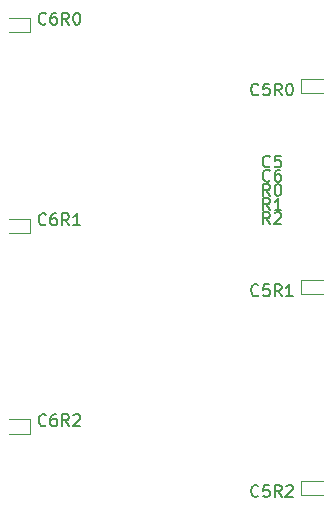
<source format=gbr>
%TF.GenerationSoftware,KiCad,Pcbnew,(7.0.0-0)*%
%TF.CreationDate,2023-02-22T17:53:04+08:00*%
%TF.ProjectId,thumb,7468756d-622e-46b6-9963-61645f706362,v1.0.0*%
%TF.SameCoordinates,Original*%
%TF.FileFunction,Legend,Bot*%
%TF.FilePolarity,Positive*%
%FSLAX46Y46*%
G04 Gerber Fmt 4.6, Leading zero omitted, Abs format (unit mm)*
G04 Created by KiCad (PCBNEW (7.0.0-0)) date 2023-02-22 17:53:04*
%MOMM*%
%LPD*%
G01*
G04 APERTURE LIST*
%ADD10C,0.150000*%
%ADD11C,0.120000*%
G04 APERTURE END LIST*
D10*
%TO.C,S1*%
X16857142Y30727857D02*
X16809523Y30680238D01*
X16809523Y30680238D02*
X16666666Y30632619D01*
X16666666Y30632619D02*
X16571428Y30632619D01*
X16571428Y30632619D02*
X16428571Y30680238D01*
X16428571Y30680238D02*
X16333333Y30775476D01*
X16333333Y30775476D02*
X16285714Y30870714D01*
X16285714Y30870714D02*
X16238095Y31061190D01*
X16238095Y31061190D02*
X16238095Y31204047D01*
X16238095Y31204047D02*
X16285714Y31394523D01*
X16285714Y31394523D02*
X16333333Y31489761D01*
X16333333Y31489761D02*
X16428571Y31585000D01*
X16428571Y31585000D02*
X16571428Y31632619D01*
X16571428Y31632619D02*
X16666666Y31632619D01*
X16666666Y31632619D02*
X16809523Y31585000D01*
X16809523Y31585000D02*
X16857142Y31537380D01*
X17761904Y31632619D02*
X17285714Y31632619D01*
X17285714Y31632619D02*
X17238095Y31156428D01*
X17238095Y31156428D02*
X17285714Y31204047D01*
X17285714Y31204047D02*
X17380952Y31251666D01*
X17380952Y31251666D02*
X17619047Y31251666D01*
X17619047Y31251666D02*
X17714285Y31204047D01*
X17714285Y31204047D02*
X17761904Y31156428D01*
X17761904Y31156428D02*
X17809523Y31061190D01*
X17809523Y31061190D02*
X17809523Y30823095D01*
X17809523Y30823095D02*
X17761904Y30727857D01*
X17761904Y30727857D02*
X17714285Y30680238D01*
X17714285Y30680238D02*
X17619047Y30632619D01*
X17619047Y30632619D02*
X17380952Y30632619D01*
X17380952Y30632619D02*
X17285714Y30680238D01*
X17285714Y30680238D02*
X17238095Y30727857D01*
X18809523Y30632619D02*
X18476190Y31108809D01*
X18238095Y30632619D02*
X18238095Y31632619D01*
X18238095Y31632619D02*
X18619047Y31632619D01*
X18619047Y31632619D02*
X18714285Y31585000D01*
X18714285Y31585000D02*
X18761904Y31537380D01*
X18761904Y31537380D02*
X18809523Y31442142D01*
X18809523Y31442142D02*
X18809523Y31299285D01*
X18809523Y31299285D02*
X18761904Y31204047D01*
X18761904Y31204047D02*
X18714285Y31156428D01*
X18714285Y31156428D02*
X18619047Y31108809D01*
X18619047Y31108809D02*
X18238095Y31108809D01*
X19428571Y31632619D02*
X19523809Y31632619D01*
X19523809Y31632619D02*
X19619047Y31585000D01*
X19619047Y31585000D02*
X19666666Y31537380D01*
X19666666Y31537380D02*
X19714285Y31442142D01*
X19714285Y31442142D02*
X19761904Y31251666D01*
X19761904Y31251666D02*
X19761904Y31013571D01*
X19761904Y31013571D02*
X19714285Y30823095D01*
X19714285Y30823095D02*
X19666666Y30727857D01*
X19666666Y30727857D02*
X19619047Y30680238D01*
X19619047Y30680238D02*
X19523809Y30632619D01*
X19523809Y30632619D02*
X19428571Y30632619D01*
X19428571Y30632619D02*
X19333333Y30680238D01*
X19333333Y30680238D02*
X19285714Y30727857D01*
X19285714Y30727857D02*
X19238095Y30823095D01*
X19238095Y30823095D02*
X19190476Y31013571D01*
X19190476Y31013571D02*
X19190476Y31251666D01*
X19190476Y31251666D02*
X19238095Y31442142D01*
X19238095Y31442142D02*
X19285714Y31537380D01*
X19285714Y31537380D02*
X19333333Y31585000D01*
X19333333Y31585000D02*
X19428571Y31632619D01*
%TO.C,S2*%
X16857142Y13727857D02*
X16809523Y13680238D01*
X16809523Y13680238D02*
X16666666Y13632619D01*
X16666666Y13632619D02*
X16571428Y13632619D01*
X16571428Y13632619D02*
X16428571Y13680238D01*
X16428571Y13680238D02*
X16333333Y13775476D01*
X16333333Y13775476D02*
X16285714Y13870714D01*
X16285714Y13870714D02*
X16238095Y14061190D01*
X16238095Y14061190D02*
X16238095Y14204047D01*
X16238095Y14204047D02*
X16285714Y14394523D01*
X16285714Y14394523D02*
X16333333Y14489761D01*
X16333333Y14489761D02*
X16428571Y14585000D01*
X16428571Y14585000D02*
X16571428Y14632619D01*
X16571428Y14632619D02*
X16666666Y14632619D01*
X16666666Y14632619D02*
X16809523Y14585000D01*
X16809523Y14585000D02*
X16857142Y14537380D01*
X17761904Y14632619D02*
X17285714Y14632619D01*
X17285714Y14632619D02*
X17238095Y14156428D01*
X17238095Y14156428D02*
X17285714Y14204047D01*
X17285714Y14204047D02*
X17380952Y14251666D01*
X17380952Y14251666D02*
X17619047Y14251666D01*
X17619047Y14251666D02*
X17714285Y14204047D01*
X17714285Y14204047D02*
X17761904Y14156428D01*
X17761904Y14156428D02*
X17809523Y14061190D01*
X17809523Y14061190D02*
X17809523Y13823095D01*
X17809523Y13823095D02*
X17761904Y13727857D01*
X17761904Y13727857D02*
X17714285Y13680238D01*
X17714285Y13680238D02*
X17619047Y13632619D01*
X17619047Y13632619D02*
X17380952Y13632619D01*
X17380952Y13632619D02*
X17285714Y13680238D01*
X17285714Y13680238D02*
X17238095Y13727857D01*
X18809523Y13632619D02*
X18476190Y14108809D01*
X18238095Y13632619D02*
X18238095Y14632619D01*
X18238095Y14632619D02*
X18619047Y14632619D01*
X18619047Y14632619D02*
X18714285Y14585000D01*
X18714285Y14585000D02*
X18761904Y14537380D01*
X18761904Y14537380D02*
X18809523Y14442142D01*
X18809523Y14442142D02*
X18809523Y14299285D01*
X18809523Y14299285D02*
X18761904Y14204047D01*
X18761904Y14204047D02*
X18714285Y14156428D01*
X18714285Y14156428D02*
X18619047Y14108809D01*
X18619047Y14108809D02*
X18238095Y14108809D01*
X19761904Y13632619D02*
X19190476Y13632619D01*
X19476190Y13632619D02*
X19476190Y14632619D01*
X19476190Y14632619D02*
X19380952Y14489761D01*
X19380952Y14489761D02*
X19285714Y14394523D01*
X19285714Y14394523D02*
X19190476Y14346904D01*
%TO.C,S3*%
X16857142Y-3272142D02*
X16809523Y-3319761D01*
X16809523Y-3319761D02*
X16666666Y-3367380D01*
X16666666Y-3367380D02*
X16571428Y-3367380D01*
X16571428Y-3367380D02*
X16428571Y-3319761D01*
X16428571Y-3319761D02*
X16333333Y-3224523D01*
X16333333Y-3224523D02*
X16285714Y-3129285D01*
X16285714Y-3129285D02*
X16238095Y-2938809D01*
X16238095Y-2938809D02*
X16238095Y-2795952D01*
X16238095Y-2795952D02*
X16285714Y-2605476D01*
X16285714Y-2605476D02*
X16333333Y-2510238D01*
X16333333Y-2510238D02*
X16428571Y-2415000D01*
X16428571Y-2415000D02*
X16571428Y-2367380D01*
X16571428Y-2367380D02*
X16666666Y-2367380D01*
X16666666Y-2367380D02*
X16809523Y-2415000D01*
X16809523Y-2415000D02*
X16857142Y-2462619D01*
X17761904Y-2367380D02*
X17285714Y-2367380D01*
X17285714Y-2367380D02*
X17238095Y-2843571D01*
X17238095Y-2843571D02*
X17285714Y-2795952D01*
X17285714Y-2795952D02*
X17380952Y-2748333D01*
X17380952Y-2748333D02*
X17619047Y-2748333D01*
X17619047Y-2748333D02*
X17714285Y-2795952D01*
X17714285Y-2795952D02*
X17761904Y-2843571D01*
X17761904Y-2843571D02*
X17809523Y-2938809D01*
X17809523Y-2938809D02*
X17809523Y-3176904D01*
X17809523Y-3176904D02*
X17761904Y-3272142D01*
X17761904Y-3272142D02*
X17714285Y-3319761D01*
X17714285Y-3319761D02*
X17619047Y-3367380D01*
X17619047Y-3367380D02*
X17380952Y-3367380D01*
X17380952Y-3367380D02*
X17285714Y-3319761D01*
X17285714Y-3319761D02*
X17238095Y-3272142D01*
X18809523Y-3367380D02*
X18476190Y-2891190D01*
X18238095Y-3367380D02*
X18238095Y-2367380D01*
X18238095Y-2367380D02*
X18619047Y-2367380D01*
X18619047Y-2367380D02*
X18714285Y-2415000D01*
X18714285Y-2415000D02*
X18761904Y-2462619D01*
X18761904Y-2462619D02*
X18809523Y-2557857D01*
X18809523Y-2557857D02*
X18809523Y-2700714D01*
X18809523Y-2700714D02*
X18761904Y-2795952D01*
X18761904Y-2795952D02*
X18714285Y-2843571D01*
X18714285Y-2843571D02*
X18619047Y-2891190D01*
X18619047Y-2891190D02*
X18238095Y-2891190D01*
X19190476Y-2462619D02*
X19238095Y-2415000D01*
X19238095Y-2415000D02*
X19333333Y-2367380D01*
X19333333Y-2367380D02*
X19571428Y-2367380D01*
X19571428Y-2367380D02*
X19666666Y-2415000D01*
X19666666Y-2415000D02*
X19714285Y-2462619D01*
X19714285Y-2462619D02*
X19761904Y-2557857D01*
X19761904Y-2557857D02*
X19761904Y-2653095D01*
X19761904Y-2653095D02*
X19714285Y-2795952D01*
X19714285Y-2795952D02*
X19142857Y-3367380D01*
X19142857Y-3367380D02*
X19761904Y-3367380D01*
%TO.C,S4*%
X-1142857Y36727857D02*
X-1190476Y36680238D01*
X-1190476Y36680238D02*
X-1333333Y36632619D01*
X-1333333Y36632619D02*
X-1428571Y36632619D01*
X-1428571Y36632619D02*
X-1571428Y36680238D01*
X-1571428Y36680238D02*
X-1666666Y36775476D01*
X-1666666Y36775476D02*
X-1714285Y36870714D01*
X-1714285Y36870714D02*
X-1761904Y37061190D01*
X-1761904Y37061190D02*
X-1761904Y37204047D01*
X-1761904Y37204047D02*
X-1714285Y37394523D01*
X-1714285Y37394523D02*
X-1666666Y37489761D01*
X-1666666Y37489761D02*
X-1571428Y37585000D01*
X-1571428Y37585000D02*
X-1428571Y37632619D01*
X-1428571Y37632619D02*
X-1333333Y37632619D01*
X-1333333Y37632619D02*
X-1190476Y37585000D01*
X-1190476Y37585000D02*
X-1142857Y37537380D01*
X-285714Y37632619D02*
X-476190Y37632619D01*
X-476190Y37632619D02*
X-571428Y37585000D01*
X-571428Y37585000D02*
X-619047Y37537380D01*
X-619047Y37537380D02*
X-714285Y37394523D01*
X-714285Y37394523D02*
X-761904Y37204047D01*
X-761904Y37204047D02*
X-761904Y36823095D01*
X-761904Y36823095D02*
X-714285Y36727857D01*
X-714285Y36727857D02*
X-666666Y36680238D01*
X-666666Y36680238D02*
X-571428Y36632619D01*
X-571428Y36632619D02*
X-380952Y36632619D01*
X-380952Y36632619D02*
X-285714Y36680238D01*
X-285714Y36680238D02*
X-238095Y36727857D01*
X-238095Y36727857D02*
X-190476Y36823095D01*
X-190476Y36823095D02*
X-190476Y37061190D01*
X-190476Y37061190D02*
X-238095Y37156428D01*
X-238095Y37156428D02*
X-285714Y37204047D01*
X-285714Y37204047D02*
X-380952Y37251666D01*
X-380952Y37251666D02*
X-571428Y37251666D01*
X-571428Y37251666D02*
X-666666Y37204047D01*
X-666666Y37204047D02*
X-714285Y37156428D01*
X-714285Y37156428D02*
X-761904Y37061190D01*
X809523Y36632619D02*
X476190Y37108809D01*
X238095Y36632619D02*
X238095Y37632619D01*
X238095Y37632619D02*
X619047Y37632619D01*
X619047Y37632619D02*
X714285Y37585000D01*
X714285Y37585000D02*
X761904Y37537380D01*
X761904Y37537380D02*
X809523Y37442142D01*
X809523Y37442142D02*
X809523Y37299285D01*
X809523Y37299285D02*
X761904Y37204047D01*
X761904Y37204047D02*
X714285Y37156428D01*
X714285Y37156428D02*
X619047Y37108809D01*
X619047Y37108809D02*
X238095Y37108809D01*
X1428571Y37632619D02*
X1523809Y37632619D01*
X1523809Y37632619D02*
X1619047Y37585000D01*
X1619047Y37585000D02*
X1666666Y37537380D01*
X1666666Y37537380D02*
X1714285Y37442142D01*
X1714285Y37442142D02*
X1761904Y37251666D01*
X1761904Y37251666D02*
X1761904Y37013571D01*
X1761904Y37013571D02*
X1714285Y36823095D01*
X1714285Y36823095D02*
X1666666Y36727857D01*
X1666666Y36727857D02*
X1619047Y36680238D01*
X1619047Y36680238D02*
X1523809Y36632619D01*
X1523809Y36632619D02*
X1428571Y36632619D01*
X1428571Y36632619D02*
X1333333Y36680238D01*
X1333333Y36680238D02*
X1285714Y36727857D01*
X1285714Y36727857D02*
X1238095Y36823095D01*
X1238095Y36823095D02*
X1190476Y37013571D01*
X1190476Y37013571D02*
X1190476Y37251666D01*
X1190476Y37251666D02*
X1238095Y37442142D01*
X1238095Y37442142D02*
X1285714Y37537380D01*
X1285714Y37537380D02*
X1333333Y37585000D01*
X1333333Y37585000D02*
X1428571Y37632619D01*
%TO.C,S5*%
X-1142857Y19727857D02*
X-1190476Y19680238D01*
X-1190476Y19680238D02*
X-1333333Y19632619D01*
X-1333333Y19632619D02*
X-1428571Y19632619D01*
X-1428571Y19632619D02*
X-1571428Y19680238D01*
X-1571428Y19680238D02*
X-1666666Y19775476D01*
X-1666666Y19775476D02*
X-1714285Y19870714D01*
X-1714285Y19870714D02*
X-1761904Y20061190D01*
X-1761904Y20061190D02*
X-1761904Y20204047D01*
X-1761904Y20204047D02*
X-1714285Y20394523D01*
X-1714285Y20394523D02*
X-1666666Y20489761D01*
X-1666666Y20489761D02*
X-1571428Y20585000D01*
X-1571428Y20585000D02*
X-1428571Y20632619D01*
X-1428571Y20632619D02*
X-1333333Y20632619D01*
X-1333333Y20632619D02*
X-1190476Y20585000D01*
X-1190476Y20585000D02*
X-1142857Y20537380D01*
X-285714Y20632619D02*
X-476190Y20632619D01*
X-476190Y20632619D02*
X-571428Y20585000D01*
X-571428Y20585000D02*
X-619047Y20537380D01*
X-619047Y20537380D02*
X-714285Y20394523D01*
X-714285Y20394523D02*
X-761904Y20204047D01*
X-761904Y20204047D02*
X-761904Y19823095D01*
X-761904Y19823095D02*
X-714285Y19727857D01*
X-714285Y19727857D02*
X-666666Y19680238D01*
X-666666Y19680238D02*
X-571428Y19632619D01*
X-571428Y19632619D02*
X-380952Y19632619D01*
X-380952Y19632619D02*
X-285714Y19680238D01*
X-285714Y19680238D02*
X-238095Y19727857D01*
X-238095Y19727857D02*
X-190476Y19823095D01*
X-190476Y19823095D02*
X-190476Y20061190D01*
X-190476Y20061190D02*
X-238095Y20156428D01*
X-238095Y20156428D02*
X-285714Y20204047D01*
X-285714Y20204047D02*
X-380952Y20251666D01*
X-380952Y20251666D02*
X-571428Y20251666D01*
X-571428Y20251666D02*
X-666666Y20204047D01*
X-666666Y20204047D02*
X-714285Y20156428D01*
X-714285Y20156428D02*
X-761904Y20061190D01*
X809523Y19632619D02*
X476190Y20108809D01*
X238095Y19632619D02*
X238095Y20632619D01*
X238095Y20632619D02*
X619047Y20632619D01*
X619047Y20632619D02*
X714285Y20585000D01*
X714285Y20585000D02*
X761904Y20537380D01*
X761904Y20537380D02*
X809523Y20442142D01*
X809523Y20442142D02*
X809523Y20299285D01*
X809523Y20299285D02*
X761904Y20204047D01*
X761904Y20204047D02*
X714285Y20156428D01*
X714285Y20156428D02*
X619047Y20108809D01*
X619047Y20108809D02*
X238095Y20108809D01*
X1761904Y19632619D02*
X1190476Y19632619D01*
X1476190Y19632619D02*
X1476190Y20632619D01*
X1476190Y20632619D02*
X1380952Y20489761D01*
X1380952Y20489761D02*
X1285714Y20394523D01*
X1285714Y20394523D02*
X1190476Y20346904D01*
%TO.C,S6*%
X-1142857Y2727857D02*
X-1190476Y2680238D01*
X-1190476Y2680238D02*
X-1333333Y2632619D01*
X-1333333Y2632619D02*
X-1428571Y2632619D01*
X-1428571Y2632619D02*
X-1571428Y2680238D01*
X-1571428Y2680238D02*
X-1666666Y2775476D01*
X-1666666Y2775476D02*
X-1714285Y2870714D01*
X-1714285Y2870714D02*
X-1761904Y3061190D01*
X-1761904Y3061190D02*
X-1761904Y3204047D01*
X-1761904Y3204047D02*
X-1714285Y3394523D01*
X-1714285Y3394523D02*
X-1666666Y3489761D01*
X-1666666Y3489761D02*
X-1571428Y3585000D01*
X-1571428Y3585000D02*
X-1428571Y3632619D01*
X-1428571Y3632619D02*
X-1333333Y3632619D01*
X-1333333Y3632619D02*
X-1190476Y3585000D01*
X-1190476Y3585000D02*
X-1142857Y3537380D01*
X-285714Y3632619D02*
X-476190Y3632619D01*
X-476190Y3632619D02*
X-571428Y3585000D01*
X-571428Y3585000D02*
X-619047Y3537380D01*
X-619047Y3537380D02*
X-714285Y3394523D01*
X-714285Y3394523D02*
X-761904Y3204047D01*
X-761904Y3204047D02*
X-761904Y2823095D01*
X-761904Y2823095D02*
X-714285Y2727857D01*
X-714285Y2727857D02*
X-666666Y2680238D01*
X-666666Y2680238D02*
X-571428Y2632619D01*
X-571428Y2632619D02*
X-380952Y2632619D01*
X-380952Y2632619D02*
X-285714Y2680238D01*
X-285714Y2680238D02*
X-238095Y2727857D01*
X-238095Y2727857D02*
X-190476Y2823095D01*
X-190476Y2823095D02*
X-190476Y3061190D01*
X-190476Y3061190D02*
X-238095Y3156428D01*
X-238095Y3156428D02*
X-285714Y3204047D01*
X-285714Y3204047D02*
X-380952Y3251666D01*
X-380952Y3251666D02*
X-571428Y3251666D01*
X-571428Y3251666D02*
X-666666Y3204047D01*
X-666666Y3204047D02*
X-714285Y3156428D01*
X-714285Y3156428D02*
X-761904Y3061190D01*
X809523Y2632619D02*
X476190Y3108809D01*
X238095Y2632619D02*
X238095Y3632619D01*
X238095Y3632619D02*
X619047Y3632619D01*
X619047Y3632619D02*
X714285Y3585000D01*
X714285Y3585000D02*
X761904Y3537380D01*
X761904Y3537380D02*
X809523Y3442142D01*
X809523Y3442142D02*
X809523Y3299285D01*
X809523Y3299285D02*
X761904Y3204047D01*
X761904Y3204047D02*
X714285Y3156428D01*
X714285Y3156428D02*
X619047Y3108809D01*
X619047Y3108809D02*
X238095Y3108809D01*
X1190476Y3537380D02*
X1238095Y3585000D01*
X1238095Y3585000D02*
X1333333Y3632619D01*
X1333333Y3632619D02*
X1571428Y3632619D01*
X1571428Y3632619D02*
X1666666Y3585000D01*
X1666666Y3585000D02*
X1714285Y3537380D01*
X1714285Y3537380D02*
X1761904Y3442142D01*
X1761904Y3442142D02*
X1761904Y3346904D01*
X1761904Y3346904D02*
X1714285Y3204047D01*
X1714285Y3204047D02*
X1142857Y2632619D01*
X1142857Y2632619D02*
X1761904Y2632619D01*
%TO.C,JC1*%
X17833333Y19732619D02*
X17500000Y20208809D01*
X17261905Y19732619D02*
X17261905Y20732619D01*
X17261905Y20732619D02*
X17642857Y20732619D01*
X17642857Y20732619D02*
X17738095Y20685000D01*
X17738095Y20685000D02*
X17785714Y20637380D01*
X17785714Y20637380D02*
X17833333Y20542142D01*
X17833333Y20542142D02*
X17833333Y20399285D01*
X17833333Y20399285D02*
X17785714Y20304047D01*
X17785714Y20304047D02*
X17738095Y20256428D01*
X17738095Y20256428D02*
X17642857Y20208809D01*
X17642857Y20208809D02*
X17261905Y20208809D01*
X18214286Y20637380D02*
X18261905Y20685000D01*
X18261905Y20685000D02*
X18357143Y20732619D01*
X18357143Y20732619D02*
X18595238Y20732619D01*
X18595238Y20732619D02*
X18690476Y20685000D01*
X18690476Y20685000D02*
X18738095Y20637380D01*
X18738095Y20637380D02*
X18785714Y20542142D01*
X18785714Y20542142D02*
X18785714Y20446904D01*
X18785714Y20446904D02*
X18738095Y20304047D01*
X18738095Y20304047D02*
X18166667Y19732619D01*
X18166667Y19732619D02*
X18785714Y19732619D01*
X17833333Y20932619D02*
X17500000Y21408809D01*
X17261905Y20932619D02*
X17261905Y21932619D01*
X17261905Y21932619D02*
X17642857Y21932619D01*
X17642857Y21932619D02*
X17738095Y21885000D01*
X17738095Y21885000D02*
X17785714Y21837380D01*
X17785714Y21837380D02*
X17833333Y21742142D01*
X17833333Y21742142D02*
X17833333Y21599285D01*
X17833333Y21599285D02*
X17785714Y21504047D01*
X17785714Y21504047D02*
X17738095Y21456428D01*
X17738095Y21456428D02*
X17642857Y21408809D01*
X17642857Y21408809D02*
X17261905Y21408809D01*
X18785714Y20932619D02*
X18214286Y20932619D01*
X18500000Y20932619D02*
X18500000Y21932619D01*
X18500000Y21932619D02*
X18404762Y21789761D01*
X18404762Y21789761D02*
X18309524Y21694523D01*
X18309524Y21694523D02*
X18214286Y21646904D01*
X17833333Y22132619D02*
X17500000Y22608809D01*
X17261905Y22132619D02*
X17261905Y23132619D01*
X17261905Y23132619D02*
X17642857Y23132619D01*
X17642857Y23132619D02*
X17738095Y23085000D01*
X17738095Y23085000D02*
X17785714Y23037380D01*
X17785714Y23037380D02*
X17833333Y22942142D01*
X17833333Y22942142D02*
X17833333Y22799285D01*
X17833333Y22799285D02*
X17785714Y22704047D01*
X17785714Y22704047D02*
X17738095Y22656428D01*
X17738095Y22656428D02*
X17642857Y22608809D01*
X17642857Y22608809D02*
X17261905Y22608809D01*
X18452381Y23132619D02*
X18547619Y23132619D01*
X18547619Y23132619D02*
X18642857Y23085000D01*
X18642857Y23085000D02*
X18690476Y23037380D01*
X18690476Y23037380D02*
X18738095Y22942142D01*
X18738095Y22942142D02*
X18785714Y22751666D01*
X18785714Y22751666D02*
X18785714Y22513571D01*
X18785714Y22513571D02*
X18738095Y22323095D01*
X18738095Y22323095D02*
X18690476Y22227857D01*
X18690476Y22227857D02*
X18642857Y22180238D01*
X18642857Y22180238D02*
X18547619Y22132619D01*
X18547619Y22132619D02*
X18452381Y22132619D01*
X18452381Y22132619D02*
X18357143Y22180238D01*
X18357143Y22180238D02*
X18309524Y22227857D01*
X18309524Y22227857D02*
X18261905Y22323095D01*
X18261905Y22323095D02*
X18214286Y22513571D01*
X18214286Y22513571D02*
X18214286Y22751666D01*
X18214286Y22751666D02*
X18261905Y22942142D01*
X18261905Y22942142D02*
X18309524Y23037380D01*
X18309524Y23037380D02*
X18357143Y23085000D01*
X18357143Y23085000D02*
X18452381Y23132619D01*
X17833333Y23427857D02*
X17785714Y23380238D01*
X17785714Y23380238D02*
X17642857Y23332619D01*
X17642857Y23332619D02*
X17547619Y23332619D01*
X17547619Y23332619D02*
X17404762Y23380238D01*
X17404762Y23380238D02*
X17309524Y23475476D01*
X17309524Y23475476D02*
X17261905Y23570714D01*
X17261905Y23570714D02*
X17214286Y23761190D01*
X17214286Y23761190D02*
X17214286Y23904047D01*
X17214286Y23904047D02*
X17261905Y24094523D01*
X17261905Y24094523D02*
X17309524Y24189761D01*
X17309524Y24189761D02*
X17404762Y24285000D01*
X17404762Y24285000D02*
X17547619Y24332619D01*
X17547619Y24332619D02*
X17642857Y24332619D01*
X17642857Y24332619D02*
X17785714Y24285000D01*
X17785714Y24285000D02*
X17833333Y24237380D01*
X18690476Y24332619D02*
X18500000Y24332619D01*
X18500000Y24332619D02*
X18404762Y24285000D01*
X18404762Y24285000D02*
X18357143Y24237380D01*
X18357143Y24237380D02*
X18261905Y24094523D01*
X18261905Y24094523D02*
X18214286Y23904047D01*
X18214286Y23904047D02*
X18214286Y23523095D01*
X18214286Y23523095D02*
X18261905Y23427857D01*
X18261905Y23427857D02*
X18309524Y23380238D01*
X18309524Y23380238D02*
X18404762Y23332619D01*
X18404762Y23332619D02*
X18595238Y23332619D01*
X18595238Y23332619D02*
X18690476Y23380238D01*
X18690476Y23380238D02*
X18738095Y23427857D01*
X18738095Y23427857D02*
X18785714Y23523095D01*
X18785714Y23523095D02*
X18785714Y23761190D01*
X18785714Y23761190D02*
X18738095Y23856428D01*
X18738095Y23856428D02*
X18690476Y23904047D01*
X18690476Y23904047D02*
X18595238Y23951666D01*
X18595238Y23951666D02*
X18404762Y23951666D01*
X18404762Y23951666D02*
X18309524Y23904047D01*
X18309524Y23904047D02*
X18261905Y23856428D01*
X18261905Y23856428D02*
X18214286Y23761190D01*
X17833333Y24627857D02*
X17785714Y24580238D01*
X17785714Y24580238D02*
X17642857Y24532619D01*
X17642857Y24532619D02*
X17547619Y24532619D01*
X17547619Y24532619D02*
X17404762Y24580238D01*
X17404762Y24580238D02*
X17309524Y24675476D01*
X17309524Y24675476D02*
X17261905Y24770714D01*
X17261905Y24770714D02*
X17214286Y24961190D01*
X17214286Y24961190D02*
X17214286Y25104047D01*
X17214286Y25104047D02*
X17261905Y25294523D01*
X17261905Y25294523D02*
X17309524Y25389761D01*
X17309524Y25389761D02*
X17404762Y25485000D01*
X17404762Y25485000D02*
X17547619Y25532619D01*
X17547619Y25532619D02*
X17642857Y25532619D01*
X17642857Y25532619D02*
X17785714Y25485000D01*
X17785714Y25485000D02*
X17833333Y25437380D01*
X18738095Y25532619D02*
X18261905Y25532619D01*
X18261905Y25532619D02*
X18214286Y25056428D01*
X18214286Y25056428D02*
X18261905Y25104047D01*
X18261905Y25104047D02*
X18357143Y25151666D01*
X18357143Y25151666D02*
X18595238Y25151666D01*
X18595238Y25151666D02*
X18690476Y25104047D01*
X18690476Y25104047D02*
X18738095Y25056428D01*
X18738095Y25056428D02*
X18785714Y24961190D01*
X18785714Y24961190D02*
X18785714Y24723095D01*
X18785714Y24723095D02*
X18738095Y24627857D01*
X18738095Y24627857D02*
X18690476Y24580238D01*
X18690476Y24580238D02*
X18595238Y24532619D01*
X18595238Y24532619D02*
X18357143Y24532619D01*
X18357143Y24532619D02*
X18261905Y24580238D01*
X18261905Y24580238D02*
X18214286Y24627857D01*
D11*
%TO.C,D1*%
X22300000Y30800000D02*
X20450000Y30800000D01*
X22300000Y32000000D02*
X20450000Y32000000D01*
X20450000Y32000000D02*
X20450000Y30800000D01*
%TO.C,D2*%
X22300000Y13800000D02*
X20450000Y13800000D01*
X22300000Y15000000D02*
X20450000Y15000000D01*
X20450000Y15000000D02*
X20450000Y13800000D01*
%TO.C,D3*%
X22300000Y-3200000D02*
X20450000Y-3200000D01*
X22300000Y-2000000D02*
X20450000Y-2000000D01*
X20450000Y-2000000D02*
X20450000Y-3200000D01*
%TO.C,D4*%
X-4300000Y37200000D02*
X-2450000Y37200000D01*
X-4300000Y36000000D02*
X-2450000Y36000000D01*
X-2450000Y36000000D02*
X-2450000Y37200000D01*
%TO.C,D5*%
X-4300000Y20200000D02*
X-2450000Y20200000D01*
X-4300000Y19000000D02*
X-2450000Y19000000D01*
X-2450000Y19000000D02*
X-2450000Y20200000D01*
%TO.C,D6*%
X-4300000Y3200000D02*
X-2450000Y3200000D01*
X-4300000Y2000000D02*
X-2450000Y2000000D01*
X-2450000Y2000000D02*
X-2450000Y3200000D01*
%TD*%
M02*

</source>
